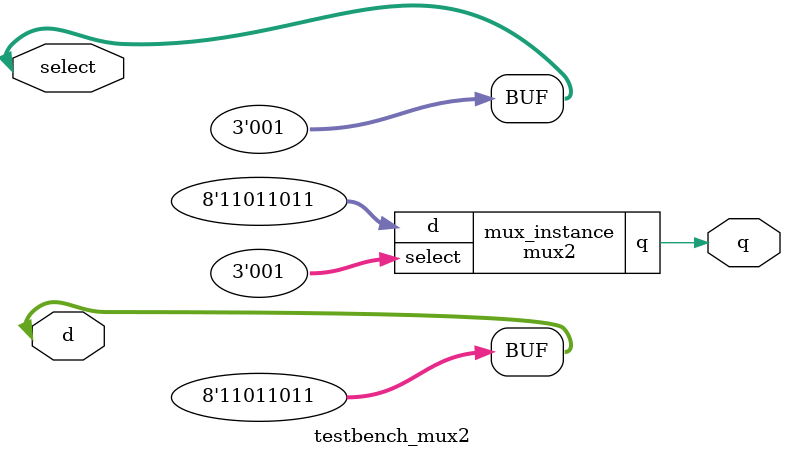
<source format=v>
module mux2( select, d, q );

input[2:0] select;
input[7:0] d;
output     q;

wire q;
wire[2:0] select;
wire[7:0] d;
assign q = d[select];

endmodule

module testbench_mux2(select,d,q);
input[2:0] select;
input[7:0] d;
output q;
wire q;
wire[2:0] select;
wire[7:0] d;
assign select = 3'b001;
assign d = 8'b11011011;
mux2 mux_instance(select,d,q);

endmodule

</source>
